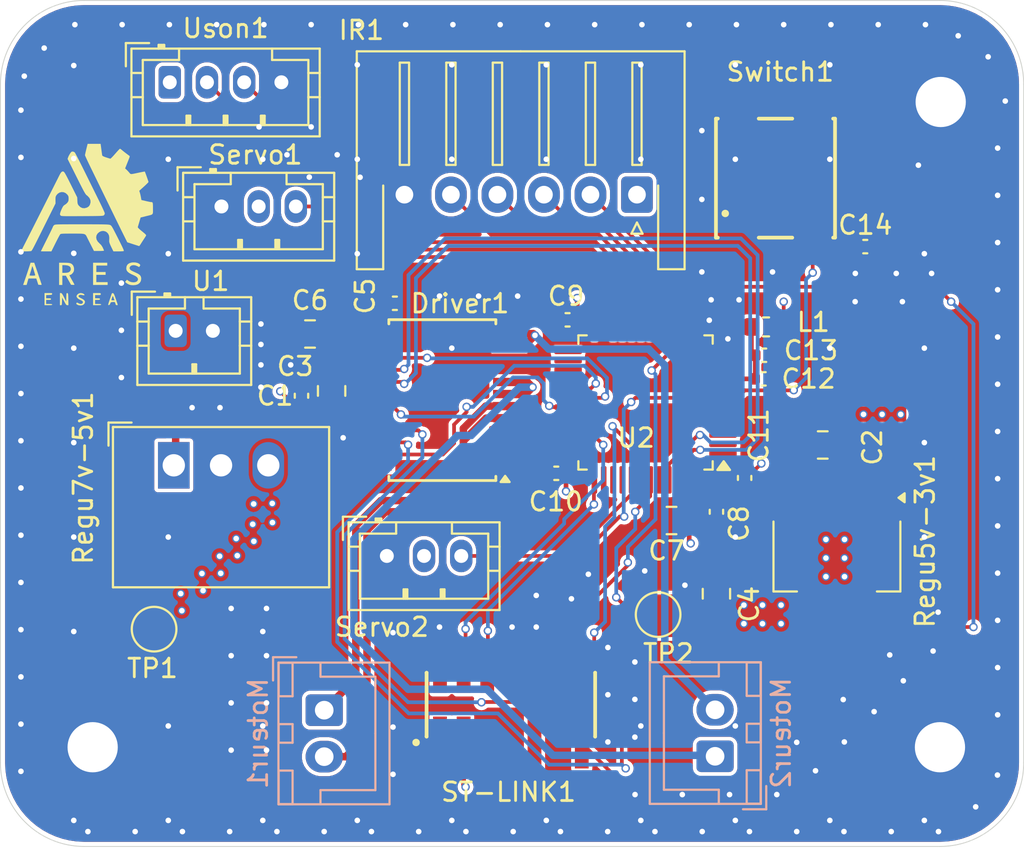
<source format=kicad_pcb>
(kicad_pcb (version 20240108) (generator "pcbnew") (generator_version "8.0")
  (title_block (title "PCB_PAMI_1A_JANUS") (date "22/01/2025"))
  (layers (0 "F.Cu" signal) (1 "In1.Cu" signal) (2 "In2.Cu" signal) (31 "B.Cu" signal) (34 "B.Paste" user) (35 "F.Paste" user) (36 "B.SilkS" user "B.Silkscreen") (37 "F.SilkS" user "F.Silkscreen") (38 "B.Mask" user) (39 "F.Mask" user) (44 "Edge.Cuts" user))
  (net 0 "")
  (net 1 "+5V")
  (net 2 "GND")
  (net 3 "+3.3V")
  (net 4 "+3.3VA")
  (net 5 "/NRST")
  (net 6 "+7.5V")
  (net 7 "/SWDIO")
  (net 8 "/STLINK_RX")
  (net 9 "/STLINK_TX")
  (net 10 "/SWCLK")
  (net 11 "/PWM_Servo1")
  (net 12 "/IR_4")
  (net 13 "/IR_3")
  (net 14 "/IR_2")
  (net 15 "/IR_1")
  (net 16 "/PWM_Servo2")
  (net 17 "/AO1")
  (net 18 "/AO2")
  (net 19 "/BO1")
  (net 20 "/BO2")
  (net 21 "/PWMB")
  (net 22 "/BIN1")
  (net 23 "/STBY")
  (net 24 "/PWMA")
  (net 25 "/AIN2")
  (net 26 "/BIN2")
  (net 27 "/AIN1")
  (net 28 "/Trig")
  (net 29 "/Echo")
  (footprint "Capacitor_SMD:C_0402_1005Metric" (layer "F.Cu") (at 128.524 77.851)
    (property "Reference" "C12")
    (property "Value" "10n" (hide yes))
  )
  (footprint "Package_QFP:LQFP-48_7x7mm_P0.5mm" (layer "F.Cu") (at 122.174 79.121 180)
    (property "Reference" "U2")
    (property "Value" "MCU" (hide yes))
  )
  (footprint "Capacitor_SMD:C_0805_2012Metric" (layer "F.Cu") (at 123.571 85.471 180)
    (property "Reference" "C7")
    (property "Value" "4u7")
  )
  (footprint "Capacitor_SMD:C_0402_1005Metric" (layer "F.Cu") (at 103.68 78.76 90)
    (property "Reference" "C1")
    (property "Value" "100n" (hide yes))
  )
  (footprint "Capacitor_SMD:C_0805_2012Metric" (layer "F.Cu") (at 105.3 78.5 90)
    (property "Reference" "C3")
    (property "Value" "10u" (hide yes))
  )
  (footprint "Capacitor_SMD:C_0805_2012Metric" (layer "F.Cu") (at 131.699 81.407)
    (property "Reference" "C2")
    (property "Value" "10u" (hide yes))
  )
  (footprint "Capacitor_SMD:C_0402_1005Metric" (layer "F.Cu") (at 128.552 76.581)
    (property "Reference" "C13")
    (property "Value" "1u" (hide yes))
  )
  (footprint "Capacitor_SMD:C_0402_1005Metric" (layer "F.Cu") (at 117.983 74.676 180)
    (property "Reference" "C9")
    (property "Value" "100n" (hide yes))
  )
  (footprint "Connector_JST:JST_PH_B3B-PH-K_1x03_P2.00mm_Vertical" (layer "F.Cu") (at 108.268 87.376)
    (property "Reference" "Servo2")
    (property "Value" "~" (hide yes))
  )
  (footprint "Capacitor_SMD:C_0402_1005Metric" (layer "F.Cu") (at 125.984 85 -90)
    (property "Reference" "C8")
    (property "Value" "100n" (hide yes))
  )
  (footprint "boutonSMD_wurth430471025826:430471025826" (layer "F.Cu") (at 129.159 67.056 90)
    (property "Reference" "Switch1")
    (property "Value" "430471025826" (hide yes))
    (property "VALUE" "430471025826" (hide yes))
  )
  (footprint "Converter_DCDC:Converter_DCDC_RECOM_R-78B-2.0_THT" (layer "F.Cu") (at 96.8165 82.5015)
    (property "Reference" "Regu7v-5v1")
    (property "Value" "R-78B5.0-2.0" (hide yes))
  )
  (footprint "Capacitor_SMD:C_0805_2012Metric" (layer "F.Cu") (at 125.984 89.408 90)
    (property "Reference" "C4")
    (property "Value" "22u" (hide yes))
  )
  (footprint "Connector_JST:JST_PH_B2B-PH-K_1x02_P2.00mm_Vertical" (layer "F.Cu") (at 96.917 75.269)
    (property "Reference" "U1")
    (property "Value" "~" (hide yes))
  )
  (footprint "Connector_JST:JST_XH_S6B-XH-A-1_1x06_P2.50mm_Horizontal" (layer "F.Cu") (at 121.713 67.945 180)
    (property "Reference" "IR1")
    (property "Value" "~" (hide yes))
  )
  (footprint "Package_TO_SOT_SMD:SOT-223-3_TabPin2" (layer "F.Cu") (at 132.461 87.376 -90)
    (property "Reference" "Regu5v-3v1")
    (property "Value" "AZ1117-3.3" (hide yes))
  )
  (footprint "Inductor_SMD:L_0603_1608Metric" (layer "F.Cu") (at 128.651 75.057)
    (property "Reference" "L1")
    (property "Value" "39n" (hide yes))
  )
  (footprint "MountingHole:MountingHole_2.7mm_M2.5_Pad" (layer "F.Cu") (at 138 97.663)
    (property "Reference" "H3" (hide yes))
    (property "Value" "MountingHole_Pad" (hide yes))
  )
  (footprint "logoares:logoares" (layer "F.Cu") (at 92 69.8)
    (property "Reference" "G***" (hide yes))
    (property "Value" "LOGO" (hide yes))
  )
  (footprint "MountingHole:MountingHole_2.7mm_M2.5_Pad" (layer "F.Cu") (at 92.456 97.663)
    (property "Reference" "H1" (hide yes))
    (property "Value" "MountingHole_Pad" (hide yes))
  )
  (footprint "Capacitor_SMD:C_0402_1005Metric" (layer "F.Cu") (at 133.985 70.739)
    (property "Reference" "C14")
    (property "Value" "10n" (hide yes))
  )
  (footprint "TestPoint:TestPoint_Pad_D2.0mm" (layer "F.Cu") (at 95.758 91.313)
    (property "Reference" "TP1")
    (property "Value" "TestPoint" (hide yes))
  )
  (footprint "Capacitor_SMD:C_0402_1005Metric" (layer "F.Cu") (at 117.376 82.931 180)
    (property "Reference" "C10")
    (property "Value" "100n" (hide yes))
  )
  (footprint "MountingHole:MountingHole_2.7mm_M2.5_Pad" (layer "F.Cu") (at 138.04 62.96)
    (property "Reference" "H2" (hide yes))
    (property "Value" "MountingHole_Pad" (hide yes))
  )
  (footprint "Capacitor_SMD:C_0402_1005Metric" (layer "F.Cu") (at 108.7 73.787)
    (property "Reference" "C5")
    (property "Value" "100n" (hide yes))
  )
  (footprint "FTSH-107-01-F-DV-K:SAMTEC_FTSH-107-01-F-DV-K" (layer "F.Cu") (at 114.935 95.374)
    (property "Reference" "ST-LINK1")
    (property "Value" "FTSH-107-01-F-DV-K" (hide yes))
  )
  (footprint "Capacitor_SMD:C_0402_1005Metric" (layer "F.Cu") (at 127.5 83.18 -90)
    (property "Reference" "C11")
    (property "Value" "100n" (hide yes))
  )
  (footprint "TestPoint:TestPoint_Pad_D2.0mm" (layer "F.Cu") (at 122.85 90.53 90)
    (property "Reference" "TP2")
    (property "Value" "TestPoint" (hide yes))
  )
  (footprint "Capacitor_SMD:C_0805_2012Metric" (layer "F.Cu") (at 104.14 75.438 180)
    (property "Reference" "C6")
    (property "Value" "10u" (hide yes))
  )
  (footprint "Package_SO:SSOP-24_5.3x8.2mm_P0.65mm" (layer "F.Cu") (at 111.252 78.994 180)
    (property "Reference" "Driver1")
    (property "Value" "TB6612FNG" (hide yes))
  )
  (footprint "Connector_JST:JST_PH_B3B-PH-K_1x03_P2.00mm_Vertical" (layer "F.Cu") (at 99.378 68.58)
    (property "Reference" "Servo1")
    (property "Value" "~" (hide yes))
  )
  (footprint "Connector_JST:JST_PH_B4B-PH-K_1x04_P2.00mm_Vertical" (layer "F.Cu") (at 96.6 61.9)
    (property "Reference" "Uson1")
    (property "Value" "~")
  )
  (footprint "Connector_JST:JST_XH_B2B-XH-A_1x02_P2.50mm_Vertical" (layer "B.Cu") (at 104.902 95.671 -90)
    (property "Reference" "Moteur1")
    (property "Value" "~")
  )
  (footprint "Connector_JST:JST_XH_B2B-XH-A_1x02_P2.50mm_Vertical" (layer "B.Cu") (at 125.912 98.151 90)
    (property "Reference" "Moteur2")
    (property "Value" "~")
  )
  (gr_arc (start 142.5 98.5) (mid 141.181981 101.681981) (end 138 103) (stroke (width 0.05)) (layer "Edge.Cuts"))
  (gr_line (start 142.5 62) (end 142.5 98.5) (stroke (width 0.05)) (layer "Edge.Cuts"))
  (gr_line (start 138 103) (end 92 103) (stroke (width 0.05)) (layer "Edge.Cuts"))
  (gr_arc (start 138 57.5) (mid 141.181981 58.818019) (end 142.5 62) (stroke (width 0.05)) (layer "Edge.Cuts"))
  (gr_line (start 87.5 98.5) (end 87.5 62) (stroke (width 0.05)) (layer "Edge.Cuts"))
  (gr_arc (start 87.5 62) (mid 88.818019 58.818019) (end 92 57.5) (stroke (width 0.05)) (layer "Edge.Cuts"))
  (gr_line (start 92 57.5) (end 138 57.5) (stroke (width 0.05)) (layer "Edge.Cuts"))
  (gr_arc (start 92 103) (mid 88.818019 101.681981) (end 87.5 98.5) (stroke (width 0.05)) (layer "Edge.Cuts"))
  (via (at 100.23 87.36) (size 0.45) (drill 0.3) (layers "F.Cu" "B.Cu") (net 1))
  (via (at 97.25 90.32) (size 0.45) (drill 0.3) (layers "F.Cu" "B.Cu") (net 1))
  (via (at 134.89 79.76) (size 0.45) (drill 0.3) (layers "F.Cu" "B.Cu") (net 1))
  (via (at 98.33 88.32) (size 0.45) (drill 0.3) (layers "F.Cu" "B.Cu") (net 1))
  (via (at 97.19 89.4) (size 0.45) (drill 0.3) (layers "F.Cu" "B.Cu") (net 1))
  (via (at 101.12 86.59) (size 0.45) (drill 0.3) (layers "F.Cu" "B.Cu") (net 1))
  (via (at 135.89 79.76) (size 0.45) (drill 0.3) (layers "F.Cu" "B.Cu") (net 1))
  (via (at 102.12 85.58) (size 0.45) (drill 0.3) (layers "F.Cu" "B.Cu") (net 1))
  (via (at 99.28 87.39) (size 0.45) (drill 0.3) (layers "F.Cu" "B.Cu") (net 1))
  (via (at 102.11 84.55) (size 0.45) (drill 0.3) (layers "F.Cu" "B.Cu") (net 1))
  (via (at 100.17 86.44) (size 0.45) (drill 0.3) (layers "F.Cu" "B.Cu") (net 1))
  (via (at 99.34 88.31) (size 0.45) (drill 0.3) (layers "F.Cu" "B.Cu") (net 1))
  (via (at 133.89 79.76) (size 0.45) (drill 0.3) (layers "F.Cu" "B.Cu") (net 1))
  (via (at 101.11 84.58) (size 0.45) (drill 0.3) (layers "F.Cu" "B.Cu") (net 1))
  (via (at 101.06 85.67) (size 0.45) (drill 0.3) (layers "F.Cu" "B.Cu") (net 1))
  (via (at 98.39 89.24) (size 0.45) (drill 0.3) (layers "F.Cu" "B.Cu") (net 1))
  (via (at 129.6 58.8) (size 0.45) (drill 0.3) (layers "F.Cu" "B.Cu") (net 2))
  (via (at 111.1 73.4) (size 0.45) (drill 0.3) (layers "F.Cu" "B.Cu") (net 2))
  (via (at 141.51 62.91) (size 0.45) (drill 0.3) (layers "F.Cu" "B.Cu") (net 2))
  (via (at 114.36 58.8) (size 0.45) (drill 0.3) (layers "F.Cu" "B.Cu") (net 2))
  (via (at 134.46 95.75) (size 0.45) (drill 0.3) (layers "F.Cu" "B.Cu") (net 2))
  (via (at 115.06 102.2) (size 0.45) (drill 0.3) (layers "F.Cu" "B.Cu") (net 2))
  (via (at 141.1 85.76) (size 0.45) (drill 0.3) (layers "F.Cu" "B.Cu") (net 2))
  (via (at 127.2 73.6) (size 0.45) (drill 0.3) (layers "F.Cu" "B.Cu") (net 2))
  (via (at 116.84 101.6) (size 0.45) (drill 0.3) (layers "F.Cu" "B.Cu") (net 2))
  (via (at 104.2 64.3) (size 0.45) (drill 0.3) (layers "F.Cu" "B.Cu") (net 2))
  (via (at 141.1 93.38) (size 0.45) (drill 0.3) (layers "F.Cu" "B.Cu") (net 2))
  (via (at 116.3 89.5) (size 0.45) (drill 0.3) (layers "F.Cu" "B.Cu") (net 2))
  (via (at 130.3 97.4) (size 0.45) (drill 0.3) (layers "F.Cu" "B.Cu") (net 2))
  (via (at 103.1 77.1) (size 0.45) (drill 0.3) (layers "F.Cu" "B.Cu") (net 2))
  (via (at 102.9 65.8) (size 0.45) (drill 0.3) (layers "F.Cu" "B.Cu") (net 2))
  (via (at 96.52 71.12) (size 0.45) (drill 0.3) (layers "F.Cu" "B.Cu") (net 2))
  (via (at 127 66.04) (size 0.45) (drill 0.3) (layers "F.Cu" "B.Cu") (net 2))
  (via (at 124.29 88.95) (size 0.45) (drill 0.3) (layers "F.Cu" "B.Cu") (net 2))
  (via (at 127 101.6) (size 0.45) (drill 0.3) (layers "F.Cu" "B.Cu") (net 2))
  (via (at 136.03 94.09) (size 0.45) (drill 0.3) (layers "F.Cu" "B.Cu") (net 2))
  (via (at 99.9 92.74) (size 0.45) (drill 0.3) (layers "F.Cu" "B.Cu") (net 2))
  (via (at 135.98 73.7) (size 0.45) (drill 0.3) (layers "F.Cu" "B.Cu") (net 2))
  (via (at 111.76 60.96) (size 0.45) (drill 0.3) (layers "F.Cu" "B.Cu") (net 2))
  (via (at 101.8 92.74) (size 0.45) (drill 0.3) (layers "F.Cu" "B.Cu") (net 2))
  (via (at 96.52 86.36) (size 0.45) (drill 0.3) (layers "F.Cu" "B.Cu") (net 2))
  (via (at 92.2 102.2) (size 0.45) (drill 0.3) (layers "F.Cu" "B.Cu") (net 2))
  (via (at 137.16 71.12) (size 0.45) (drill 0.3) (layers "F.Cu" "B.Cu") (net 2))
  (via (at 91.44 66) (size 0.45) (drill 0.3) (layers "F.Cu" "B.Cu") (net 2))
  (via (at 138.98 59.4) (size 0.45) (drill 0.3) (layers "F.Cu" "B.Cu") (net 2))
  (via (at 101.5 78.3) (size 0.45) (drill 0.3) (layers "F.Cu" "B.Cu") (net 2))
  (via (at 106.68 71.12) (size 0.45) (drill 0.3) (layers "F.Cu" "B.Cu") (net 2))
  (via (at 141.1 88.3) (size 0.45) (drill 0.3) (layers "F.Cu" "B.Cu") (net 2))
  (via (at 133.45 72.18) (size 0.45) (drill 0.3) (layers "F.Cu" "B.Cu") (net 2))
  (via (at 88.6 78.64) (size 0.45) (drill 0.3) (layers "F.Cu" "B.Cu") (net 2))
  (via (at 94 77.78) (size 0.45) (drill 0.3) (layers "F.Cu" "B.Cu") (net 2))
  (via (at 101.5 77.1) (size 0.45) (drill 0.3) (layers "F.Cu" "B.Cu") (net 2))
  (via (at 94.74 102.2) (size 0.45) (drill 0.3) (layers "F.Cu" "B.Cu") (net 2))
  (via (at 108.6 96.58) (size 0.45) (drill 0.3) (layers "F.Cu" "B.Cu") (net 2))
  (via (at 120.15 97.38) (size 0.45) (drill 0.3) (layers "F.Cu" "B.Cu") (net 2))
  (via (at 106.74 58.8) (size 0.45) (drill 0.3) (layers "F.Cu" "B.Cu") (net 2))
  (via (at 108.6 99.12) (size 0.45) (drill 0.3) (layers "F.Cu" "B.Cu") (net 2))
  (via (at 101.4 64.3) (size 0.45) (drill 0.3) (layers "F.Cu" "B.Cu") (net 2))
  (via (at 88.6 71.02) (size 0.45) (drill 0.3) (layers "F.Cu" "B.Cu") (net 2))
  (via (at 140.59 60.53) (size 0.45) (drill 0.3) (layers "F.Cu" "B.Cu") (net 2))
  (via (at 121.6 97.12) (size 0.45) (drill 0.3) (layers "F.Cu" "B.Cu") (net 2))
  (via (at 106.68 66.04) (size 0.45) (drill 0.3) (layers "F.Cu" "B.Cu") (net 2))
  (via (at 137.22 58.8) (size 0.45) (drill 0.3) (layers "F.Cu" "B.Cu") (net 2))
  (via (at 88.6 88.8) (size 0.45) (drill 0.3) (layers "F.Cu" "B.Cu") (net 2))
  (via (at 88.6 63.4) (size 0.45) (drill 0.3) (layers "F.Cu" "B.Cu") (net 2))
  (via (at 121.6 95.09) (size 0.45) (drill 0.3) (layers "F.Cu" "B.Cu") (net 2))
  (via (at 141.1 70.52) (size 0.45) (drill 0.3) (layers "F.Cu" "B.Cu") (net 2))
  (via (at 101.6 96.52) (size 0.45) (drill 0.3) (layers "F.Cu" "B.Cu") (net 2))
  (via (at 121.92 101.6) (size 0.45) (drill 0.3) (layers "F.Cu" "B.Cu") (net 2))
  (via (at 130.3 102.2) (size 0.45) (drill 0.3) (layers "F.Cu" "B.Cu") (net 2))
  (via (at 137.92 102.2) (size 0.45) (drill 0.3) (layers "F.Cu" "B.Cu") (net 2))
  (via (at 120.14 102.2) (size 0.45) (drill 0.3) (layers "F.Cu" "B.Cu") (net 2))
  (via (at 116.9 58.8) (size 0.45) (drill 0.3) (layers "F.Cu" "B.Cu") (net 2))
  (via (at 101.6 101.6) (size 0.45) (drill 0.3) (layers "F.Cu" "B.Cu") (net 2))
  (via (at 99.9 95.28) (size 0.45) (drill 0.3) (layers "F.Cu" "B.Cu") (net 2))
  (via (at 137.16 81.28) (size 0.45) (drill 0.3) (layers "F.Cu" "B.Cu") (net 2))
  (via (at 132.08 76.2) (size 0.45) (drill 0.3) (layers "F.Cu" "B.Cu") (net 2))
  (via (at 111.76 101.6) (size 0.45) (drill 0.3) (layers "F.Cu" "B.Cu") (net 2))
  (via (at 132.08 60.96) (size 0.45) (drill 0.3) (layers "F.Cu" "B.Cu") (net 2))
  (via (at 137.16 101.6) (size 0.45) (drill 0.3) (layers "F.Cu" "B.Cu") (net 2))
  (via (at 99.3 79.4) (size 0.45) (drill 0.3) (layers "F.Cu" "B.Cu") (net 2))
  (via (at 120.15 94.84) (size 0.45) (drill 0.3) (layers "F.Cu" "B.Cu") (net 2))
  (via (at 135.65 72.18) (size 0.45) (drill 0.3) (layers "F.Cu" "B.Cu") (net 2))
  (via (at 141.1 80.68) (size 0.45) (drill 0.3) (layers "F.Cu" "B.Cu") (net 2))
  (via (at 99.9 90.2) (size 0.45) (drill 0.3) (layers "F.Cu" "B.Cu") (net 2))
  (via (at 141.1 75.6) (size 0.45) (drill 0.3) (layers "F.Cu" "B.Cu") (net 2))
  (via (at 101.8 95.28) (size 0.45) (drill 0.3) (layers "F.Cu" "B.Cu") (net 2))
  (via (at 96.52 96.52) (size 0.45) (drill 0.3) (layers "F.Cu" "B.Cu") (net 2))
  (via (at 141.1 73.06) (size 0.45) (drill 0.3) (layers "F.Cu" "B.Cu") (net 2))
  (via (at 141.09 99.16) (size 0.45) (drill 0.3) (layers "F.Cu" "B.Cu") (net 2))
  (via (at 141.1 78.14) (size 0.45) (drill 0.3) (layers "F.Cu" "B.Cu") (net 2))
  (via (at 91.44 81.28) (size 0.45) (drill 0.3) (layers "F.Cu" "B.Cu") (net 2))
  (via (at 119.44 58.8) (size 0.45) (drill 0.3) (layers "F.Cu" "B.Cu") (net 2))
  (via (at 125.22 102.2) (size 0.45) (drill 0.3) (layers "F.Cu" "B.Cu") (net 2))
  (via (at 126.6 75.7) (size 0.45) (drill 0.3) (layers "F.Cu" "B.Cu") (net 2))
  (via (at 101.8 97.82) (size 0.45) (drill 0.3) (layers "F.Cu" "B.Cu") (net 2))
  (via (at 107.44 102.2) (size 0.45) (drill 0.3) (layers "F.Cu" "B.Cu") (net 2))
  (via (at 88.6 96.42) (size 0.45) (drill 0.3) (layers "F.Cu" "B.Cu") (net 2))
  (via (at 120.15 92.3) (size 0.45) (drill 0.3) (layers "F.Cu" "B.Cu") (net 2))
  (via (at 91.44 61) (size 0.45) (drill 0.3) (layers "F.Cu" "B.Cu") (net 2))
  (via (at 112.52 102.2) (size 0.45) (drill 0.3) (layers "F.Cu" "B.Cu") (net 2))
  (via (at 125.6 74.7) (size 0.45) (drill 0.3) (layers "F.Cu" "B.Cu") (net 2))
  (via (at 106.83 67.01) (size 0.45) (drill 0.3) (layers "F.Cu" "B.Cu") (net 2))
  (via (at 111.76 66.04) (size 0.45) (drill 0.3) (layers "F.Cu" "B.Cu") (net 2))
  (via (at 137.16 86.36) (size 0.45) (drill 0.3) (layers "F.Cu" "B.Cu") (net 2))
  (via (at 121.61 100.21) (size 0.45) (drill 0.3) (layers "F.Cu" "B.Cu") (net 2))
  (via (at 141.1 83.22) (size 0.45) (drill 0.3) (layers "F.Cu" "B.Cu") (net 2))
  (via (at 131.31 98.93) (size 0.45) (drill 0.3) (layers "F.Cu" "B.Cu") (net 2))
  (via (at 127 86.36) (size 0.45) (drill 0.3) (layers "F.Cu" "B.Cu") (net 2))
  (via (at 125.2 72.1) (size 0.45) (drill 0.3) (layers "F.Cu" "B.Cu") (net 2))
  (via (at 113.2 73.4) (size 0.45) (drill 0.3) (layers "F.Cu" "B.Cu") (net 2))
  (via (at 88.6 81.18) (size 0.45) (drill 0.3) (layers "F.Cu" "B.Cu") (net 2))
  (via (at 101.8 90.2) (size 0.45) (drill 0.3) (layers "F.Cu" "B.Cu") (net 2))
  (via (at 117.6 102.2) (size 0.45) (drill 0.3) (layers "F.Cu" "B.Cu") (net 2))
  (via (at 111.1 91.2) (size 0.45) (drill 0.3) (layers "F.Cu" "B.Cu") (net 2))
  (via (at 132.86 97.38) (size 0.45) (drill 0.3) (layers "F.Cu" "B.Cu") (net 2))
  (via (at 105.6 65.8) (size 0.45) (drill 0.3) (layers "F.Cu" "B.Cu") (net 2))
  (via (at 121.92 66.04) (size 0.45) (drill 0.3) (layers "F.Cu" "B.Cu") (net 2))
  (via (at 139.92 100.87) (size 0.45) (drill 0.3) (layers "F.Cu" "B.Cu") (net 2))
  (via (at 101.66 58.8) (size 0.45) (drill 0.3) (layers "F.Cu" "B.Cu") (net 2))
  (via (at 88.6 91.34) (size 0.45) (drill 0.3) (layers "F.Cu" "B.Cu") (net 2))
  (via (at 141.1 65.44) (size 0.45) (drill 0.3) (layers "F.Cu" "B.Cu") (net 2))
  (via (at 104.9 102.2) (size 0.45) (drill 0.3) (layers "F.Cu" "B.Cu") (net 2))
  (via (at 122.13 88.18) (size 0.45) (drill 0.3) (layers "F.Cu" "B.Cu") (net 2))
  (via (at 88.6 76.1) (size 0.45) (drill 0.3) (layers "F.Cu" "B.Cu") (net 2))
  (via (at 94 75.24) (size 0.45) (drill 0.3) (layers "F.Cu" "B.Cu") (net 2))
  (via (at 101.5 74.9) (size 0.45) (drill 0.3) (layers "F.Cu" "B.Cu") (net 2))
  (via (at 135.3 92.7) (size 0.45) (drill 0.3) (layers "F.Cu" "B.Cu") (net 2))
  (via (at 105.92 81.02) (size 0.45) (drill 0.3) (layers "F.Cu" "B.Cu") (net 2))
  (via (at 127 96.52) (size 0.45) (drill 0.3) (layers "F.Cu" "B.Cu") (net 2))
  (via (at 101.6 66.04) (size 0.45) (drill 0.3) (layers "F.Cu" "B.Cu") (net 2))
  (via (at 121.92 60.96) (size 0.45) (drill 0.3) (layers "F.Cu" "B.Cu") (net 2))
  (via (at 124.52 58.8) (size 0.45) (drill 0.3) (layers "F.Cu" "B.Cu") (net 2))
  (via (at 88.6 98.96) (size 0.45) (drill 0.3) (layers "F.Cu" "B.Cu") (net 2))
  (via (at 99.82 102.2) (size 0.45) (drill 0.3) (layers "F.Cu" "B.Cu") (net 2))
  (via (at 88.6 86.26) (size 0.45) (drill 0.3) (layers "F.Cu" "B.Cu") (net 2))
  (via (at 137.55 72.18) (size 0.45) (drill 0.3) (layers "F.Cu" "B.Cu") (net 2))
  (via (at 116.84 60.96) (size 0.45) (drill 0.3) (layers "F.Cu" "B.Cu") (net 2))
  (via (at 116.3 91.2) (size 0.45) (drill 0.3) (layers "F.Cu" "B.Cu") (net 2))
  (via (at 137.9 90.4) (size 0.45) (drill 0.3) (layers "F.Cu" "B.Cu") (net 2))
  (via (at 125.2 68.2) (size 0.45) (drill 0.3) (layers "F.Cu" "B.Cu") (net 2))
  (via (at 137.16 76.2) (size 0.45) (drill 0.3) (layers "F.Cu" "B.Cu") (net 2))
  (via (at 115 91.2) (size 0.45) (drill 0.3) (layers "F.Cu" "B.Cu") (net 2))
  (via (at 133.44 73.7) (size 0.45) (drill 0.3) (layers "F.Cu" "B.Cu") (net 2))
  (via (at 91.44 76.2) (size 0.45) (drill 0.3) (layers "F.Cu" "B.Cu") (net 2))
  (via (at 132.14 58.8) (size 0.45) (drill 0.3) (layers "F.Cu" "B.Cu") (net 2))
  (via (at 132.08 101.6) (size 0.45) (drill 0.3) (layers "F.Cu" "B.Cu") (net 2))
  (via (at 125.2 64.5) (size 0.45) (drill 0.3) (layers "F.Cu" "B.Cu") (net 2))
  (via (at 127 60.96) (size 0.45) (drill 0.3) (layers "F.Cu" "B.Cu") (net 2))
  (via (at 104.2 58.8) (size 0.45) (drill 0.3) (layers "F.Cu" "B.Cu") (net 2))
  (via (at 119.1 88.36) (size 0.45) (drill 0.3) (layers "F.Cu" "B.Cu") (net 2))
  (via (at 135.38 102.2) (size 0.45) (drill 0.3) (layers "F.Cu" "B.Cu") (net 2))
  (via (at 111.76 76.2) (size 0.45) (drill 0.3) (layers "F.Cu" "B.Cu") (net 2))
  (via (at 124.15 100.21) (size 0.45) (drill 0.3) (layers "F.Cu" "B.Cu") (net 2))
  (via (at 88.6 93.88) (size 0.45) (drill 0.3) (layers "F.Cu" "B.Cu") (net 2))
  (via (at 88.78 61.57) (size 0.45) (drill 0.3) (layers "F.Cu" "B.Cu") (net 2))
  (via (at 96.52 101.6) (size 0.45) (drill 0.3) (layers "F.Cu" "B.Cu") (net 2))
  (via (at 129 72.1) (size 0.45) (drill 0.3) (layers "F.Cu" "B.Cu") (net 2))
  (via (at 122.68 102.2) (size 0.45) (drill 0.3) (layers "F.Cu" "B.Cu") (net 2))
  (via (at 141.1 90.84) (size 0.45) (drill 0.3) (layers "F.Cu" "B.Cu") (net 2))
  (via (at 126.69 100.21) (size 0.45) (drill 0.3) (layers "F.Cu" "B.Cu") (net 2))
  (via (at 99.9 97.82) (size 0.45) (drill 0.3) (layers "F.Cu" "B.Cu") (net 2))
  (via (at 141.1 67.98) (size 0.45) (drill 0.3) (layers "F.Cu" "B.Cu") (net 2))
  (via (at 136.84 66.36) (size 0.45) (drill 0.3) (layers "F.Cu" "B.Cu") (net 2))
  (via (at 91.44 86.36) (size 0.45) (drill 0.3) (layers "F.Cu" "B.Cu") (net 2))
  (via (at 106.68 101.6) (size 0.45) (drill 0.3) (layers "F.Cu" "B.Cu") (net 2))
  (via (at 97.8 79.4) (size 0.45) (drill 0.3) (layers "F.Cu" "B.Cu") (net 2))
  (via (at 132.08 66.04) (size 0.45) (drill 0.3) (layers "F.Cu" "B.Cu") (net 2))
  (via (at 127.06 58.8) (size 0.45) (drill 0.3) (layers "F.Cu" "B.Cu") (net 2))
  (via (at 137.63 92.49) (size 0.45) (drill 0.3) (layers "F.Cu" "B.Cu") (net 2))
  (via (at 121.6 93.08) (size 0.45) (drill 0.3) (layers "F.Cu" "B.Cu") (net 2))
  (via (at 109.28 58.8) (size 0.45) (drill 0.3) (layers "F.Cu" "B.Cu") (net 2))
  (via (at 101.5 76) (size 0.45) (drill 0.3) (layers "F.Cu" "B.Cu") (net 2))
  (via (at 106.68 60.96) (size 0.45) (drill 0.3) (layers "F.Cu" "B.Cu") (net 2))
  (via (at 109.98 102.2) (size 0.45) (drill 0.3) (layers "F.Cu" "B.Cu") (net 2))
  (via (at 91.44 101.6) (size 0.45) (drill 0.3) (layers "F.Cu" "B.Cu") (net 2))
  (via (at 96.58 58.8) (size 0.45) (drill 0.3) (layers "F.Cu" "B.Cu") (net 2))
  (via (at 132.84 102.2) (size 0.45) (drill 0.3) (layers "F.Cu" "B.Cu") (net 2))
  (via (at 97.28 102.2) (size 0.45) (drill 0.3) (layers "F.Cu" "B.Cu") (net 2))
  (via (at 121.92 96.52) (size 0.45) (drill 0.3) (layers "F.Cu" "B.Cu") (net 2))
  (via (at 101.6 91.44) (size 0.45) (drill 0.3) (layers "F.Cu" "B.Cu") (net 2))
  (via (at 88.6 65.94) (size 0.45) (drill 0.3) (layers "F.Cu" "B.Cu") (net 2))
  (via (at 91.44 91.44) (size 0.45) (drill 0.3) (layers "F.Cu" "B.Cu") (net 2))
  (via (at 111.82 58.8) (size 0.45) (drill 0.3) (layers "F.Cu" "B.Cu") (net 2))
  (via (at 132.8 95.1) (size 0.45) (drill 0.3) (layers "F.Cu" "B.Cu") (net 2))
  (via (at 99.12 58.8) (size 0.45) (drill 0.3) (layers "F.Cu" "B.Cu") (net 2))
  (via (at 91.44 71.1) (size 0.45) (drill 0.3) (layers "F.Cu" "B.Cu") (net 2))
  (via (at 116.84 66.04) (size 0.45) (drill 0.3) (layers "F.Cu" "B.Cu") (net 2))
  (via (at 127.76 102.2) (size 0.45) (drill 0.3) (layers "F.Cu" "B.Cu") (net 2))
  (via (at 141.1 95.92) (size 0.45) (drill 0.3) (layers "F.Cu" "B.Cu") (net 2))
  (via (at 108.6 91.5) (size 0.45) (drill 0.3) (layers "F.Cu" "B.Cu") (net 2))
  (via (at 125.7 73.6) (size 0.45) (drill 0.3) (layers "F.Cu" "B.Cu") (net 2))
  (via (at 89.85 60.06) (size 0.45) (drill 0.3) (layers "F.Cu" "B.Cu") (net 2))
  (via (at 94.04 58.8) (size 0.45) (drill 0.3) (layers "F.Cu" "B.Cu") (net 2))
  (via (at 129.23 100.21) (size 0.45) (drill 0.3) (layers "F.Cu" "B.Cu") (net 2))
  (via (at 121.98 58.8) (size 0.45) (drill 0.3) (layers "F.Cu" "B.Cu") (net 2))
  (via (at 96.52 66.04) (size 0.45) (drill 0.3) (layers "F.Cu" "B.Cu") (net 2))
  (via (at 134.68 58.8) (size 0.45) (drill 0.3) (layers "F.Cu" "B.Cu") (net 2))
  (via (at 94 72.7) (size 0.45) (drill 0.3) (layers "F.Cu" "B.Cu") (net 2))
  (via (at 115.3 73.4) (size 0.45) (drill 0.3) (layers "F.Cu" "B.Cu") (net 2))
  (via (at 102.36 102.2) (size 0.45) (drill 0.3) (layers "F.Cu" "B.Cu") (net 2))
  (via (at 88.6 83.72) (size 0.45) (drill 0.3) (layers "F.Cu" "B.Cu") (net 2))
  (via (at 118.19 89.68) (size 0.45) (drill 0.3) (layers "F.Cu" "B.Cu") (net 2))
  (via (at 91.5 58.8) (size 0.45) (drill 0.3) (layers "F.Cu" "B.Cu") (net 2))
  (via (at 88.6 73.56) (size 0.45) (drill 0.3) (layers "F.Cu" "B.Cu") (net 2))
  (via (at 104.1 67) (size 0.45) (drill 0.3) (layers "F.Cu" "B.Cu") (net 2))
  (segment (start 117.9 82.975) (end 117.856 82.931) (width 0.25) (layer "F.Cu") (net 3))
  (segment (start 112.395 99.695) (end 112.395 97.409) (width 0.25) (layer "F.Cu") (net 3))
  (segment (start 118.5 74.639) (end 118.463 74.676) (width 0.25) (layer "F.Cu") (net 3))
  (segment (start 102.54 78.52) (end 103.26 79.24) (width 0.2) (layer "F.Cu") (net 3))
  (segment (start 103.26 79.24) (end 105.09 79.24) (width 0.2) (layer "F.Cu") (net 3))
  (segment (start 125.984 83.975) (end 125.984 84.52) (width 0.25) (layer "F.Cu") (net 3))
  (segment (start 107.651 79.97) (end 107.652 79.969) (width 0.25) (layer "F.Cu") (net 3))
  (segment (start 124.521 86.621) (end 124.521 85.471) (width 0.25) (layer "F.Cu") (net 3))
  (segment (start 129.6 73.7) (end 129.6 74.8955) (width 0.2) (layer "F.Cu") (net 3))
  (segment (start 117.856 82.0265) (end 118.0115 81.871) (width 0.25) (layer "F.Cu") (net 3))
  (segment (start 105.3 79.45) (end 105.82 79.97) (width 0.25) (layer "F.Cu") (net 3))
  (segment (start 118.5 73.5) (end 118.5 74.639) (width 0.25) (layer "F.Cu") (net 3))
  (segment (start 126.3365 81.871) (end 126.671 81.871) (width 0.2) (layer "F.Cu") (net 3))
  (segment (start 126.671 81.871) (end 127.5 82.7) (width 0.2) (layer "F.Cu") (net 3))
  (segment (start 124.6 86.7) (end 124.521 86.621) (width 0.25) (layer "F.Cu") (net 3))
  (segment (start 125.192 84.8) (end 124.521 85.471) (width 0.25) (layer "F.Cu") (net 3))
  (segment (start 125.704 84.8) (end 125.192 84.8) (width 0.25) (layer "F.Cu") (net 3))
  (segment (start 118.463 74.676) (end 119.1415 74.676) (width 0.25) (layer "F.Cu") (net 3))
  (segment (start 129.6 74.8955) (end 129.4385 75.057) (width 0.2) (layer "F.Cu") (net 3))
  (segment (start 117.9 83.9) (end 117.9 82.975) (width 0.25) (layer "F.Cu") (net 3))
  (segment (start 125.984 84.52) (end 125.704 84.8) (width 0.25) (layer "F.Cu") (net 3))
  (segment (start 128.4 82.4) (end 128.1 82.7) (width 0.2) (layer "F.Cu") (net 3))
  (segment (start 128.1 82.7) (end 127.5 82.7) (width 0.2) (layer "F.Cu") (net 3))
  (segment (start 124.924 83.2835) (end 125.2925 83.2835) (width 0.25) (layer "F.Cu") (net 3))
  (segment (start 112.5 99.8) (end 112.395 99.695) (width 0.25) (layer "F.Cu") (net 3))
  (segment (start 105.82 79.97) (end 107.651 79.97) (width 0.25) (layer "F.Cu") (net 3))
  (segment (start 119.1415 74.676) (end 119.424 74.9585) (width 0.25) (layer "F.Cu") (net 3))
  (segment (start 117.856 82.931) (end 117.856 82.0265) (width 0.25) (layer "F.Cu") (net 3))
  (segment (start 125.2925 83.2835) (end 125.984 83.975) (width 0.25) (layer "F.Cu") (net 3))
  (segment (start 105.09 79.24) (end 105.3 79.45) (width 0.2) (layer "F.Cu") (net 3))
  (via (at 127.46 91.02) (size 0.45) (drill 0.3) (layers "F.Cu" "B.Cu") (net 3))
  (via (at 132.87 86.49) (size 0.45) (drill 0.3) (layers "F.Cu" "B.Cu") (net 3))
  (via (at 129.46 90.02) (size 0.45) (drill 0.3) (layers "F.Cu" "B.Cu") (net 3))
  (via (at 131.87 87.49) (size 0.45) (drill 0.3) (layers "F.Cu" "B.Cu") (net 3))
  (via (at 132.87 87.49) (size 0.45) (drill 0.3) (layers "F.Cu" "B.Cu") (net 3))
  (via (at 112.5 99.8) (size 0.45) (drill 0.3) (layers "F.Cu" "B.Cu") (net 3))
  (via (at 127.46 90.02) (size 0.45) (drill 0.3) (layers "F.Cu" "B.Cu") (net 3))
  (via (at 128.4 82.4) (size 0.45) (drill 0.3) (layers "F.Cu" "B.Cu") (net 3))
  (via (at 128.46 90.02) (size 0.45) (drill 0.3) (layers "F.Cu" "B.Cu") (net 3))
  (via (at 131.87 88.49) (size 0.45) (drill 0.3) (layers "F.Cu" "B.Cu") (net 3))
  (via (at 118.5 73.5) (size 0.45) (drill 0.3) (layers "F.Cu" "B.Cu") (net 3))
  (via (at 124.6 86.7) (size 0.45) (drill 0.3) (layers "F.Cu" "B.Cu") (net 3))
  (via (at 128.46 91.02) (size 0.45) (drill 0.3) (layers "F.Cu" "B.Cu") (net 3))
  (via (at 102.54 78.52) (size 0.45) (drill 0.3) (layers "F.Cu" "B.Cu") (net 3))
  (via (at 131.87 86.49) (size 0.45) (drill 0.3) (layers "F.Cu" "B.Cu") (net 3))
  (via (at 129.6 73.7) (size 0.45) (drill 0.3) (layers "F.Cu" "B.Cu") (net 3))
  (via (at 132.87 88.49) (size 0.45) (drill 0.3) (layers "F.Cu" "B.Cu") (net 3))
  (via (at 117.9 83.9) (size 0.45) (drill 0.3) (layers "F.Cu" "B.Cu") (net 3))
  (via (at 129.46 91.02) (size 0.45) (drill 0.3) (layers "F.Cu" "B.Cu") (net 3))
  (segment (start 126.3565 77.851) (end 126.3365 77.871) (width 0.25) (layer "F.Cu") (net 4))
  (segment (start 128.072 77.823) (end 128.044 77.851) (width 0.25) (layer "F.Cu") (net 4))
  (segment (start 127.8635 76.3725) (end 128.072 76.581) (width 0.25) (layer "F.Cu") (net 4))
  (segment (start 128.072 76.581) (end 128.072 77.823) (width 0.25) (layer "F.Cu") (net 4))
  (segment (start 128.044 77.851) (end 126.3565 77.851) (width 0.25) (layer "F.Cu") (net 4))
  (segment (start 127.8635 75.057) (end 127.8635 76.3725) (width 0.25) (layer "F.Cu") (net 4))
  (segment (start 118.50141 87.541685) (end 118.267096 87.776) (width 0.2) (layer "F.Cu") (net 5))
  (segment (start 130.14 78.46) (end 130.13 78.47) (width 0.2) (layer "F.Cu") (net 5))
  (segment (start 130.13 78.47) (end 127.50741 78.47) (width 0.2) (layer "F.Cu") (net 5))
  (segment (start 131.342 70.739) (end 131.159 70.556) (width 0.2) (layer "F.Cu") (net 5))
  (segment (start 133.505 70.739) (end 131.342 70.739) (width 0.2) (layer "F.Cu") (net 5))
  (segment (start 127.50741 78.47) (end 127.10641 78.871) (width 0.2) (layer "F.Cu") (net 5))
  (segment (start 121.629 78.871) (end 126.3365 78.871) (width 0.2) (layer "F.Cu") (net 5))
  (segment (start 121.025 85.259937) (end 120.783158 85.259937) (width 0.2) (layer "F.Cu") (net 5))
  (segment (start 117.475 88.568096) (end 117.475 93.339) (width 0.2) (layer "F.Cu") (net 5))
  (segment (start 121.4 79.1) (end 121.629 78.871) (width 0.2) (layer "F.Cu") (net 5))
  (segment (start 127.10641 78.871) (end 126.3365 78.871) (width 0.2) (layer "F.Cu") (net 5))
  (segment (start 131.159 72.141) (end 131.159 70.556) (width 0.2) (layer "F.Cu") (net 5))
  (segment (start 118.267096 87.776) (end 117.475 88.568096) (width 0.2) (layer "F.Cu") (net 5))
  (segment (start 120.783158 85.259937) (end 118.50141 87.541685) (width 0.2) (layer "F.Cu") (net 5))
  (via (at 130.14 78.46) (size 0.45) (drill 0.3) (layers "F.Cu" "B.Cu") (net 5))
  (via (at 121.4 79.1) (size 0.45) (drill 0.3) (layers "F.Cu" "B.Cu") (net 5))
  (via (at 131.159 72.141) (size 0.45) (drill 0.3) (layers "F.Cu" "B.Cu") (net 5))
  (via (at 121.025 85.259937) (size 0.45) (drill 0.3) (layers "F.Cu" "B.Cu") (net 5))
  (segment (start 130.8 77.8) (end 130.8 72.5) (width 0.2) (layer "B.Cu") (net 5))
  (segment (start 121 79.5) (end 121.4 79.1) (width 0.2) (layer "B.Cu") (net 5))
  (segment (start 130.8 72.5) (end 131.159 72.141) (width 0.2) (layer "B.Cu") (net 5))
  (segment (start 130.14 78.46) (end 130.8 77.8) (width 0.2) (layer "B.Cu") (net 5))
  (segment (start 121.025 85.259937) (end 121 85.234937) (width 0.2) (layer "B.Cu") (net 5))
  (segment (start 121 85.234937) (end 121 79.5) (width 0.2) (layer "B.Cu") (net 5))
  (segment (start 96.917 75.269) (end 96.917 82.401) (width 0.4) (layer "F.Cu") (net 6))
  (segment (start 105.839 82.569) (end 107.652 82.569) (width 0.4) (layer "F.Cu") (net 6))
  (segment (start 96.917 82.401) (end 96.8165 82.5015) (width 0.4) (layer "F.Cu") (net 6))
  (segment (start 97.74 76.092) (end 97.74 77.66) (width 0.4) (layer "F.Cu") (net 6))
  (segment (start 100.24 79.04) (end 100.24 80.07) (width 0.4) (layer "F.Cu") (net 6))
  (segment (start 99.55 78.35) (end 100.24 79.04) (width 0.4) (layer "F.Cu") (net 6))
  (segment (start 100.71 80.54) (end 103.81 80.54) (width 0.4) (layer "F.Cu") (net 6))
  (segment (start 103.81 80.54) (end 105.839 82.569) (width 0.4) (layer "F.Cu") (net 6))
  (segment (start 98.43 78.35) (end 99.55 78.35) (width 0.4) (layer "F.Cu") (net 6))
  (segment (start 96.917 75.269) (end 97.74 76.092) (width 0.4) (layer "F.Cu") (net 6))
  (segment (start 100.24 80.07) (end 100.71 80.54) (width 0.4) (layer "F.Cu") (net 6))
  (segment (start 97.74 77.66) (end 98.43 78.35) (width 0.4) (layer "F.Cu") (net 6))
  (segment (start 119.371 80.871) (end 118.0115 80.871) (width 0.2) (layer "F.Cu") (net 7))
  (segment (start 119.9 81.4) (end 119.371 80.871) (width 0.2) (layer "F.Cu") (net 7))
  (segment (start 112.5 93.234) (end 112.395 93.339) (width 0.2) (layer "F.Cu") (net 7))
  (segment (start 112.5 91.3) (end 112.5 93.234) (width 0.2) (layer "F.Cu") (net 7))
  (via (at 119.9 81.4) (size 0.45) (drill 0.3) (layers "F.Cu" "B.Cu") (net 7))
  (via (at 112.5 91.3) (size 0.45) (drill 0.3) (layers "F.Cu" "B.Cu") (net 7))
  (segment (start 112.5 90.934314) (end 117.8 85.634314) (width 0.2) (layer "B.Cu") (net 7))
  (segment (start 117.8 85.4) (end 119.9 83.3) (width 0.2) (layer "B.Cu") (net 7))
  (segment (start 119.9 83.3) (end 119.9 81.4) (width 0.2) (layer "B.Cu") (net 7))
  (segment (start 112.5 91.3) (end 112.5 90.934314) (width 0.2) (layer "B.Cu") (net 7))
  (segment (start 117.8 85.634314) (end 117.8 85.4) (width 0.2) (layer "B.Cu") (net 7))
  (segment (start 129.7 99.4) (end 120.7 99.4) (width 0.2) (layer "F.Cu") (net 8))
  (segment (start 138.6 73.7) (end 137.8 72.9) (width 0.2) (layer "F.Cu") (net 8))
  (segment (start 125.4 72.9) (end 124.924 73.376) (width 0.2) (layer "F.Cu") (net 8))
  (segment (start 118.745 97.445) (end 118.745 97.409) (width 0.2) (layer "F.Cu") (net 8))
  (segment (start 139.8 91.2) (end 137.9 91.2) (width 0.2) (layer "F.Cu") (net 8))
  (segment (start 137.8 72.9) (end 125.4 72.9) (width 0.2) (layer "F.Cu") (net 8))
  (segment (start 124.924 73.376) (end 124.924 74.9585) (width 0.2) (layer "F.Cu") (net 8))
  (segment (start 120.7 99.4) (end 118.745 97.445) (width 0.2) (layer "F.Cu") (net 8))
  (segment (start 137.9 91.2) (end 129.7 99.4) (width 0.2) (layer "F.Cu") (net 8))
  (via (at 138.6 73.7) (size 0.45) (drill 0.3) (layers "F.Cu" "B.Cu") (net 8))
  (via (at 139.8 91.2) (size 0.45) (drill 0.3) (layers "F.Cu" "B.Cu") (net 8))
  (segment (start 139.8 91.2) (end 139.8 74.9) (width 0.2) (layer "B.Cu") (net 8))
  (segment (start 139.8 74.9) (end 138.6 73.7) (width 0.2) (layer "B.Cu") (net 8))
  (segment (start 121.224265 87.724265) (end 121.224265 87.875735) (width 0.2) (layer "F.Cu") (net 9))
  (segment (start 121.224265 87.875735) (end 118.745 90.355) (width 0.2) (layer "F.Cu") (net 9))
  (segment (start 118.745 90.355) (end 118.745 93.339) (width 0.2) (layer "F.Cu") (net 9))
  (segment (start 122.5 77.4) (end 123.529 76.371) (width 0.2) (layer "F.Cu") (net 9))
  (segment (start 123.529 76.371) (end 126.3365 76.371) (width 0.2) (layer "F.Cu") (net 9))
  (via (at 122.5 77.4) (size 0.45) (drill 0.3) (layers "F.Cu" "B.Cu") (net 9))
  (via (at 121.224265 87.724265) (size 0.45) (drill 0.3) (layers "F.Cu" "B.Cu") (net 9))
  (segment (start 121.224265 86.891421) (end 122.71 85.405686) (width 0.2) (layer "B.Cu") (net 9))
  (segment (start 122.71 85.405686) (end 122.71 77.61) (width 0.2) (layer "B.Cu") (net 9))
  (segment (start 121.224265 87.724265) (end 121.224265 86.891421) (width 0.2) (layer "B.Cu") (net 9))
  (segment (start 122.71 77.61) (end 122.5 77.4) (width 0.2) (layer "B.Cu") (net 9))
  (segment (start 113.7 91.4) (end 113.7 93.304) (width 0.2) (layer "F.Cu") (net 10))
  (segment (start 119.4 83.3075) (end 119.424 83.2835) (width 0.2) (layer "F.Cu") (net 10))
  (segment (start 113.7 93.304) (end 113.665 93.339) (width 0.2) (layer "F.Cu") (net 10))
  (segment (start 119.4 84.6) (end 119.4 83.3075) (width 0.2) (layer "F.Cu") (net 10))
  (via (at 113.7 91.4) (size 0.45) (drill 0.3) (layers "F.Cu" "B.Cu") (net 10))
  (via (at 119.4 84.6) (size 0.45) (drill 0.3) (layers "F.Cu" "B.Cu") (net 10))
  (segment (start 113.7 91.4) (end 113.7 90.3) (width 0.2) (layer "B.Cu") (net 10))
  (segment (start 113.7 90.3) (end 119.4 84.6) (width 0.2) (layer "B.Cu") (net 10))
  (segment (start 108.868628 71.3) (end 119.173884 71.3) (width 0.2) (layer "F.Cu") (net 11))
  (segment (start 103.378 68.58) (end 106.148628 68.58) (width 0.2) (layer "F.Cu") (net 11))
  (segment (start 106.148628 68.58) (end 108.868628 71.3) (width 0.2) (layer "F.Cu") (net 11))
  (segment (start 120.9 73.026116) (end 120.9 73.71259) (width 0.2) (layer "F.Cu") (net 11))
  (segment (start 119.173884 71.3) (end 120.9 73.026116) (width 0.2) (layer "F.Cu") (net 11))
  (segment (start 120.9 73.71259) (end 120.424 74.18859) (width 0.2) (layer "F.Cu") (net 11))
  (segment (start 120.424 74.18859) (end 120.424 74.9585) (width 0.2) (layer "F.Cu") (net 11))
  (segment (start 119.670942 70.1) (end 113.868 70.1) (width 0.2) (layer "F.Cu") (net 12))
  (segment (start 122.924 74.9585) (end 122.924 73.353058) (width 0.2) (layer "F.Cu") (net 12))
  (segment (start 113.868 70.1) (end 111.713 67.945) (width 0.2) (layer "F.Cu") (net 12))
  (segment (start 122.924 73.353058) (end 119.670942 70.1) (width 0.2) (layer "F.Cu") (net 12))
  (segment (start 123.424 73.287372) (end 123.424 74.9585) (width 0.2) (layer "F.Cu") (net 13))
  (segment (start 114.213 67.945) (end 115.968 69.7) (width 0.2) (layer "F.Cu") (net 13))
  (segment (start 115.968 69.7) (end 119.836628 69.7) (width 0.2) (layer "F.Cu") (net 13))
  (segment (start 119.836628 69.7) (end 123.424 73.287372) (width 0.2) (layer "F.Cu") (net 13))
  (segment (start 118.068 69.3) (end 116.713 67.945) (width 0.2) (layer "F.Cu") (net 14))
  (segment (start 123.924 74.9585) (end 123.924 73.221686) (width 0.2) (layer "F.Cu") (net 14))
  (segment (start 123.924 73.221686) (end 120.002314 69.3) (width 0.2) (layer "F.Cu") (net 14))
  (segment (start 120.002314 69.3) (end 118.068 69.3) (width 0.2) (layer "F.Cu") (net 14))
  (segment (start 119.213 67.945) (end 124.424 73.156) (width 0.2) (layer "F.Cu") (net 15))
  (segment (start 124.424 73.156) (end 124.424 74.9585) (width 0.2) (layer "F.Cu") (net 15))
  (segment (start 112.268 87.376) (end 118.10141 87.376) (width 0.2) (layer "F.Cu") (net 16))
  (segment (start 118.10141 87.376) (end 121.424 84.05341) (width 0.2) (layer "F.Cu") (net 16))
  (segment (start 121.424 84.05341) (end 121.424 83.2835) (width 0.2) (layer "F.Cu") (net 16))
  (segment (start 107.2 97.0365) (end 107.2 86) (width 0.4) (layer "F.Cu") (net 17))
  (segment (start 104.902 98.171) (end 106.0655 98.171) (width 0.4) (layer "F.Cu") (net 17))
  (segment (start 112.5605 84.8605) (end 113.1 84.321) (width 0.4) (layer "F.Cu") (net 17))
  (segment (start 108.2 85) (end 112.421 85) (width 0.4) (layer "F.Cu") (net 17))
  (segment (start 112.421 85) (end 113.3605 84.0605) (width 0.4) (layer "F.Cu") (net 17))
  (segment (start 113.3605 84.0605) (end 113.3605 84.0395) (width 0.4) (layer "F.Cu") (net 17))
  (segment (start 107.2 86) (end 108.2 85) (width 0.4) (layer "F.Cu") (net 17))
  (segment (start 114.831 82.569) (end 114.852 82.569) (width 0.4) (layer "F.Cu") (net 17))
  (segment (start 113.681 81.919) (end 114.852 81.919) (width 0.4) (layer "F.Cu") (net 17))
  (segment (start 113.1 82.5) (end 113.681 81.919) (width 0.4) (layer "F.Cu") (net 17))
  (segment (start 113.1 84.321) (end 113.1 82.5) (width 0.4) (layer "F.Cu") (net 17))
  (segment (start 106.0655 98.171) (end 107.2 97.0365) (width 0.4) (layer "F.Cu") (net 17))
  (segment (start 113.3605 84.0395) (end 114.831 82.569) (width 0.4) (layer "F.Cu") (net 17))
  (segment (start 113.581 79.319) (end 114.852 79.319) (width 0.4) (layer "F.Cu") (net 18))
  (segment (start 112.382472 80.517528) (end 113.581 79.319) (width 0.4) (layer "F.Cu") (net 18))
  (segment (start 104.902 95.671) (end 106.6 93.973) (width 0.4) (layer "F.Cu") (net 18))
  (segment (start 107.951472 84.4) (end 112.172472 84.4) (width 0.4) (layer "F.Cu") (net 18))
  (segment (start 112.382472 84.19) (end 112.382472 80.517528) (width 0.4) (layer "F.Cu") (net 18))
  (segment (start 106.6 85.751472) (end 107.951472 84.4) (width 0.4) (layer "F.Cu") (net 18))
  (segment (start 112.382472 81.188528) (end 113.602 79.969) (width 0.4) (layer "F.Cu") (net 18))
  (segment (start 112.172472 84.4) (end 112.382472 84.19) (width 0.4) (layer "F.Cu") (net 18))
  (segment (start 106.6 93.973) (end 106.6 85.751472) (width 0.4) (layer "F.Cu") (net 18))
  (segment (start 113.602 79.969) (end 114.852 79.969) (width 0.4) (layer "F.Cu") (net 18))
  (segment (start 116.23 75.51) (end 116.139 75.419) (width 0.4) (layer "F.Cu") (net 19))
  (segment (start 116.139 75.419) (end 114.852 75.419) (width 0.4) (layer "F.Cu") (net 19))
  (segment (start 116.23 75.51) (end 115.671 76.069) (width 0.4) (layer "F.Cu") (net 19))
  (segment (start 115.671 76.069) (end 114.852 76.069) (width 0.4) (layer "F.Cu") (net 19))
  (via (at 116.23 75.51) (size 0.45) (drill 0.3) (layers "F.Cu" "B.Cu") (net 19))
  (segment (start 116.23 75.51) (end 116.97 76.25) (width 0.4) (layer "B.Cu") (net 19))
  (segment (start 123.21 92.949) (end 125.912 95.651) (width 0.4) (layer "B.Cu") (net 19))
  (segment (start 123.21 77.12005) (end 123.21 92.949) (width 0.4) (layer "B.Cu") (net 19))
  (segment (start 122.33995 76.25) (end 123.21 77.12005) (width 0.4) (layer "B.Cu") (net 19))
  (segment (start 116.97 76.25) (end 122.33995 76.25) (width 0.4) (layer "B.Cu") (net 19))
  (segment (start 114.852 78.669) (end 115.269 78.669) (width 0.2) (layer "F.Cu") (net 20))
  (segment (start 115.731 78.669) (end 114.852 78.669) (width 0.4) (layer "F.Cu") (net 20))
  (segment (start 116.1 78.3) (end 115.819 78.019) (width 0.4) (layer "F.Cu") (net 20))
  (segment (start 116.1 78.3) (end 115.731 78.669) (width 0.4) (layer "F.Cu") (net 20))
  (segment (start 115.819 78.019) (end 114.852 78.019) (width 0.4) (layer "F.Cu") (net 20))
  (segment (start 115.269 78.669) (end 115.3 78.7) (width 0.2) (layer "F.Cu") (net 20))
  (via (at 116.1 78.3) (size 0.45) (drill 0.3) (layers "F.Cu" "B.Cu") (net 20))
  (segment (start 115.4 78.3) (end 112.8 80.9) (width 0.4) (layer "B.Cu") (net 20))
  (segment (start 113.644975 94.544975) (end 117.2 98.1) (width 0.4) (layer "B.Cu") (net 20))
  (segment (start 112.07 80.9) (end 106.5 86.47) (width 0.4) (layer "B.Cu") (net 20))
  (segment (start 125.861 98.1) (end 125.912 98.151) (width 0.4) (layer "B.Cu") (net 20))
  (segment (start 109.417767 94.544975) (end 113.644975 94.544975) (width 0.4) (layer "B.Cu") (net 20))
  (segment (start 112.8 80.9) (end 112.07 80.9) (width 0.4) (layer "B.Cu") (net 20))
  (segment (start 117.2 98.1) (end 125.861 98.1) (width 0.4) (layer "B.Cu") (net 20))
  (segment (start 106.5 86.47) (end 106.5 91.627208) (width 0.4) (layer "B.Cu") (net 20))
  (segment (start 116.1 78.3) (end 115.4 78.3) (width 0.4) (layer "B.Cu") (net 20))
  (segment (start 106.5 91.627208) (end 109.417767 94.544975) (width 0.4) (layer "B.Cu") (net 20))
  (segment (start 110.432843 76.719) (end 107.652 76.719) (width 0.2) (layer "F.Cu") (net 21))
  (segment (start 119.929 78.871) (end 118.0115 78.871) (width 0.2) (layer "F.Cu") (net 21))
  (segment (start 120 78.8) (end 119.929 78.871) (width 0.2) (layer "F.Cu") (net 21))
  (via (at 120 78.8) (size 0.45) (drill 0.3) (layers "F.Cu" "B.Cu") (net 21))
  (via (at 110.432843 76.719) (size 0.45) (drill 0.3) (layers "F.Cu" "B.Cu") (net 21))
  (segment (start 110.463843 76.75) (end 119.05 76.75) (width 0.2) (layer "B.Cu") (net 21))
  (segment (start 110.432843 76.719) (end 110.463843 76.75) (width 0.2) (layer "B.Cu") (net 21))
  (segment (start 119.05 76.75) (end 120.1 77.8) (width 0.2) (layer "B.Cu") (net 21))
  (segment (start 120.1 78.7) (end 120 78.8) (width 0.2) (layer "B.Cu") (net 21))
  (segment (start 120.1 77.8) (end 120.1 78.7) (width 0.2) (layer "B.Cu") (net 21))
  (segment (start 125.098407 80.869394) (end 125.00251 80.869394) (width 0.2) (layer "F.Cu") (net 22))
  (segment (start 123.424 82.447904) (end 123.424 83.2835) (width 0.2) (layer "F.Cu") (net 22))
  (segment (start 125.00251 80.869394) (end 123.424 82.447904) (width 0.2) (layer "F.Cu") (net 22))
  (segment (start 109.099997 78.019) (end 109.2 78.119003) (width 0.2) (layer "F.Cu") (net 22))
  (segment (start 107.652 78.019) (end 109.099997 78.019) (width 0.2) (layer "F.Cu") (net 22))
  (via (at 109.2 78.119003) (size 0.45) (drill 0.3) (layers "F.Cu" "B.Cu") (net 22))
  (via (at 125.098407 80.869394) (size 0.45) (drill 0.3) (layers "F.Cu" "B.Cu") (net 22))
  (segment (start 127.430735 81.269265) (end 125.669265 81.269265) (width 0.2) (layer "B.Cu") (net 22))
  (segment (start 127.8 80.9) (end 127.430735 81.269265) (width 0.2) (layer "B.Cu") (net 22))
  (segment (start 125.669265 81.269265) (end 125.269394 80.869394) (width 0.2) (layer "B.Cu") (net 22))
  (segment (start 109.248526 78.119003) (end 109.832843 77.534686) (width 0.2) (layer "B.Cu") (net 22))
  (segment (start 127.134314 70.7) (end 127.8 71.365686) (width 0.2) (layer "B.Cu") (net 22))
  (segment (start 111.565686 70.7) (end 127.134314 70.7) (width 0.2) (layer "B.Cu") (net 22))
  (segment (start 109.2 78.119003) (end 109.248526 78.119003) (width 0.2) (layer "B.Cu") (net 22))
  (segment (start 109.832843 72.432843) (end 111.565686 70.7) (width 0.2) (layer "B.Cu") (net 22))
  (segment (start 127.8 71.365686) (end 127.8 80.9) (width 0.2) (layer "B.Cu") (net 22))
  (segment (start 109.832843 77.534686) (end 109.832843 72.432843) (width 0.2) (layer "B.Cu") (net 22))
  (segment (start 125.269394 80.869394) (end 125.098407 80.869394) (width 0.2) (layer "B.Cu") (net 22))
  (segment (start 108.579732 79.319) (end 107.652 79.319) (width 0.2) (layer "F.Cu") (net 23))
  (segment (start 109.027002 79.76627) (end 108.579732 79.319) (width 0.2) (layer "F.Cu") (net 23))
  (segment (start 117.064836 79.371) (end 118.0115 79.371) (width 0.2) (layer "F.Cu") (net 23))
  (segment (start 116.996944 79.303108) (end 117.064836 79.371) (width 0.2) (layer "F.Cu") (net 23))
  (via (at 109.027002 79.76627) (size 0.45) (drill 0.3) (layers "F.Cu" "B.Cu") (net 23))
  (via (at 116.996944 79.303108) (size 0.45) (drill 0.3) (layers "F.Cu" "B.Cu") (net 23))
  (segment (start 116.996944 79.303108) (end 116.7 79.006164) (width 0.2) (layer "B.Cu") (net 23))
  (segment (start 112.948555 79.880025) (end 109.140757 79.880025) (width 0.2) (layer "B.Cu") (net 23))
  (segment (start 109.140757 79.880025) (end 109.027002 79.76627) (width 0.2) (layer "B.Cu") (net 23))
  (segment (start 115.05358 77.775) (end 112.948555 79.880025) (width 0.2) (layer "B.Cu") (net 23))
  (segment (start 116.7 78.1) (end 116.375 77.775) (width 0.2) (layer "B.Cu") (net 23))
  (segment (start 116.7 79.006164) (end 116.7 78.1) (width 0.2) (layer "B.Cu") (net 23))
  (segment (start 116.375 77.775) (end 115.05358 77.775) (width 0.2) (layer "B.Cu") (net 23))
  (segment (start 119.5 78.1) (end 119.229 78.371) (width 0.2) (layer "F.Cu") (net 24))
  (segment (start 112.555025 79.355025) (end 112.555025 79.637869) (width 0.2) (layer "F.Cu") (net 24))
  (segment (start 111.281 81.919) (end 107.652 81.919) (width 0.2) (layer "F.Cu") (net 24))
  (segment (start 119.229 78.371) (end 118.0115 78.371) (width 0.2) (layer "F.Cu") (net 24))
  (segment (start 111.882472 81.317528) (end 111.281 81.919) (width 0.2) (layer "F.Cu") (net 24))
  (segment (start 112.555025 79.637869) (end 111.882472 80.310422) (width 0.2) (layer "F.Cu") (net 24))
  (segment (start 111.882472 80.310422) (end 111.882472 81.317528) (width 0.2) (layer "F.Cu") (net 24))
  (via (at 119.5 78.1) (size 0.45) (drill 0.3) (layers "F.Cu" "B.Cu") (net 24))
  (via (at 112.555025 79.355025) (size 0.45) (drill 0.3) (layers "F.Cu" "B.Cu") (net 24))
  (segment (start 112.555025 79.355025) (end 112.907869 79.355025) (width 0.2) (layer "B.Cu") (net 24))
  (segment (start 115.112894 77.15) (end 118.884314 77.15) (width 0.2) (layer "B.Cu") (net 24))
  (segment (start 112.907869 79.355025) (end 115.112894 77.15) (width 0.2) (layer "B.Cu") (net 24))
  (segment (start 119.5 77.765686) (end 119.5 78.1) (width 0.2) (layer "B.Cu") (net 24))
  (segment (start 118.884314 77.15) (end 119.5 77.765686) (width 0.2) (layer "B.Cu") (net 24))
  (segment (start 121.621 84.961256) (end 122.424 84.158256) (width 0.2) (layer "F.Cu") (net 25))
  (segment (start 109.41 81.394) (end 109.285 81.269) (width 0.2) (layer "F.Cu") (net 25))
  (segment (start 120.9 89.9) (end 120.6 89.6) (width 0.2) (layer "F.Cu") (net 25))
  (segment (start 121.621 85) (end 121.621 84.961256) (width 0.2) (layer "F.Cu") (net 25))
  (segment (start 109.285 81.269) (end 107.652 81.269) (width 0.2) (layer "F.Cu") (net 25))
  (segment (start 120.9 98.595) (end 120.9 89.9) (width 0.2) (layer "F.Cu") (net 25))
  (segment (start 122.424 84.158256) (end 122.424 83.2835) (width 0.2) (layer "F.Cu") (net 25))
  (segment (start 121.105 98.8) (end 120.9 98.595) (width 0.2) (layer "F.Cu") (net 25))
  (via (at 121.621 85) (size 0.45) (drill 0.3) (layers "F.Cu" "B.Cu") (net 25))
  (via (at 121.105 98.8) (size 0.45) (drill 0.3) (layers "F.Cu" "B.Cu") (net 25))
  (via (at 120.6 89.6) (size 0.45) (drill 0.3) (layers "F.Cu" "B.Cu") (net 25))
  (via (at 109.41 81.394) (size 0.45) (drill 0.3) (layers "F.Cu" "B.Cu") (net 25))
  (segment (start 109.41 82.287208) (end 105.6 86.097208) (width 0.2) (layer "B.Cu") (net 25))
  (segment (start 120.905 98.6) (end 121.105 98.8) (width 0.2) (layer "B.Cu") (net 25))
  (segment (start 116.992893 98.6) (end 120.905 98.6) (width 0.2) (layer "B.Cu") (net 25))
  (segment (start 105.6 92) (end 109.444975 95.844975) (width 0.2) (layer "B.Cu") (net 25))
  (segment (start 109.444975 95.844975) (end 114.237868 95.844975) (width 0.2) (layer "B.Cu") (net 25))
  (segment (start 109.41 81.394) (end 109.41 82.287208) (width 0.2) (layer "B.Cu") (net 25))
  (segment (start 120.6 86.95) (end 121.621 85.929) (width 0.2) (layer "B.Cu") (net 25))
  (segment (start 121.621 85.929) (end 121.621 85) (width 0.2) (layer "B.Cu") (net 25))
  (segment (start 114.237868 95.844975) (end 116.992893 98.6) (width 0.2) (layer "B.Cu") (net 25))
  (segment (start 105.6 86.097208) (end 105.6 92) (width 0.2) (layer "B.Cu") (net 25))
  (segment (start 120.6 89.6) (end 120.6 86.95) (width 0.2) (layer "B.Cu") (net 25))
  (segment (start 107.652 77.369) (end 109.15 77.369) (width 0.2) (layer "F.Cu") (net 26))
  (segment (start 123.924 82.51359) (end 123.924 83.2835) (width 0.2) (layer "F.Cu") (net 26))
  (segment (start 124.768325 81.669265) (end 123.924 82.51359) (width 0.2) (layer "F.Cu") (net 26))
  (segment (start 125.112944 81.669265) (end 124.768325 81.669265) (width 0.2) (layer "F.Cu") (net 26))
  (segment (start 109.15 77.369) (end 109.2 77.319) (width 0.2) (layer "F.Cu") (net 26))
  (via (at 125.112944 81.669265) (size 0.45) (drill 0.3) (layers "F.Cu" "B.Cu") (net 26))
  (via (at 109.2 77.319) (size 0.45) (drill 0.3) (layers "F.Cu" "B.Cu") (net 26))
  (segment (start 128.2 71.2) (end 128.2 81.065686) (width 0.2) (layer "B.Cu") (net 26))
  (segment (start 109.432843 72.267157) (end 111.4 70.3) (width 0.2) (layer "B.Cu") (net 26))
  (segment (start 109.432843 77.086157) (end 109.432843 72.267157) (width 0.2) (layer "B.Cu") (net 26))
  (segment (start 111.4 70.3) (end 127.3 70.3) (width 0.2) (layer "B.Cu") (net 26))
  (segment (start 128.2 81.065686) (end 127.596421 81.669265) (width 0.2) (layer "B.Cu") (net 26))
  (segment (start 127.596421 81.669265) (end 125.112944 81.669265) (width 0.2) (layer "B.Cu") (net 26))
  (segment (start 109.2 77.319) (end 109.432843 77.086157) (width 0.2) (layer "B.Cu") (net 26))
  (segment (start 127.3 70.3) (end 128.2 71.2) (width 0.2) (layer "B.Cu") (net 26))
  (segment (start 109.959 80.619) (end 107.652 80.619) (width 0.2) (layer "F.Cu") (net 27))
  (segment (start 121.924 81.924) (end 121.924 83.2835) (width 0.2) (layer "F.Cu") (net 27))
  (segment (start 110.18 80.84) (end 109.959 80.619) (width 0.2) (layer "F.Cu") (net 27))
  (segment (start 119.415 91.5) (end 119.415 95.034) (width 0.2) (layer "F.Cu") (net 27))
  (segment (start 119.217269 95.231731) (end 113.368269 95.231731) (width 0.2) (layer "F.Cu") (net 27))
  (segment (start 119.415 95.034) (end 119.217269 95.231731) (width 0.2) (layer "F.Cu") (net 27))
  (segment (start 113.368269 95.231731) (end 113.355025 95.244975) (width 0.2) (layer "F.Cu") (net 27))
  (segment (start 120.4 80.4) (end 121.924 81.924) (width 0.2) (layer "F.Cu") (net 27))
  (via (at 110.18 80.84) (size 0.45) (drill 0.3) (layers "F.Cu" "B.Cu") (net 27))
  (via (at 119.415 91.5) (size 0.45) (drill 0.3) (layers "F.Cu" "B.Cu") (net 27))
  (via (at 113.355025 95.244975) (size 0.45) (drill 0.3) (layers "F.Cu" "B.Cu") (net 27))
  (via (at 120.4 80.4) (size 0.45) (drill 0.3) (layers "F.Cu" "B.Cu") (net 27))
  (segment (start 119.415 91.5) (end 120 90.915) (width 0.2) (layer "B.Cu") (net 27))
  (segment (start 106.292893 92.127208) (end 109.410661 95.244975) (width 0.2) (layer "B.Cu") (net 27))
  (segment (start 106 86.262894) (end 106 91.834315) (width 0.2) (layer "B.Cu") (net 27))
  (segment (start 110.18 82.082894) (end 106 86.262894) (width 0.2) (layer "B.Cu") (net 27))
  (segment (start 120.5 85.3) (end 120.5 80.5) (width 0.2) (layer "B.Cu") (net 27))
  (segment (start 120 90.915) (end 120 85.8) (width 0.2) (layer "B.Cu") (net 27))
  (segment (start 120 85.8) (end 120.5 85.3) (width 0.2) (layer "B.Cu") (net 27))
  (segment (start 120.5 80.5) (end 120.4 80.4) (width 0.2) (layer "B.Cu") (net 27))
  (segment (start 110.18 80.84) (end 110.18 82.082894) (width 0.2) (layer "B.Cu") (net 27))
  (segment (start 109.410661 95.244975) (end 113.355025 95.244975) (width 0.2) (layer "B.Cu") (net 27))
  (segment (start 106 91.834315) (end 106.292893 92.127208) (width 0.2) (layer "B.Cu") (net 27))
  (segment (start 109.034314 70.9) (end 101.434314 63.3) (width 0.2) (layer "F.Cu") (net 28))
  (segment (start 121.924 73.48443) (end 119.33957 70.9) (width 0.2) (layer "F.Cu") (net 28))
  (segment (start 121.924 74.9585) (end 121.924 73.48443) (width 0.2) (layer "F.Cu") (net 28))
  (segment (start 119.33957 70.9) (end 109.034314 70.9) (width 0.2) (layer "F.Cu") (net 28))
  (segment (start 100 63.3) (end 98.6 61.9) (width 0.2) (layer "F.Cu") (net 28))
  (segment (start 101.434314 63.3) (end 100 63.3) (width 0.2) (layer "F.Cu") (net 28))
  (segment (start 122.424 73.418744) (end 119.505256 70.5) (width 0.2) (layer "F.Cu") (net 29))
  (segment (start 109.2 70.5) (end 100.6 61.9) (width 0.2) (layer "F.Cu") (net 29))
  (segment (start 122.424 74.9585) (end 122.424 73.418744) (width 0.2) (layer "F.Cu") (net 29))
  (segment (start 119.505256 70.5) (end 109.2 70.5) (width 0.2) (layer "F.Cu") (net 29))
  (zone (net 0) (net_name "") (layer "F.Cu") (connect_pads (clearance 0)) (min_thickness 0.25)
    (keepout (tracks allowed) (vias allowed) (pads allowed) (copperpour not_allowed) (footprints allowed))
    (fill (thermal_gap 0.5) (thermal_bridge_width 0.5))
    (polygon (pts (xy 127.3 75.6) (xy 127.3 77.5) (xy 127.6 77.5) (xy 127.5 75.6)))
  )
  (zone (net 6) (net_name "+7.5V") (layer "F.Cu") (priority 1) (connect_pads yes (clearance 0.2)) (min_thickness 0.25) (fill yes (thermal_gap 0.5) (thermal_bridge_width 0.5))
    (polygon (pts (xy 108.7 72.6) (xy 108.8 76.4) (xy 104.2 76.4) (xy 104.2 74) (xy 97.9 74) (xy 97.9 76.8) (xy 95.5 76.8) (xy 95.5 72.6)))
  )
  (zone (net 1) (net_name "+5V") (layer "F.Cu") (priority 4) (connect_pads yes (clearance 0.2)) (min_thickness 0.25) (fill yes (thermal_gap 0.5) (thermal_bridge_width 0.5))
    (polygon (pts (xy 100.63 80.94) (xy 103.15 80.94) (xy 103.15 85.21) (xy 97.67 90.68) (xy 97.67 92.78) (xy 94.23 92.78) (xy 94.23 89.93) (xy 96.08 89.93) (xy 100.63 85.25)))
  )
  (zone (net 0) (net_name "") (layer "F.Cu") (connect_pads (clearance 0)) (min_thickness 0.25)
    (keepout (tracks allowed) (vias allowed) (pads allowed) (copperpour not_allowed) (footprints allowed))
    (fill (thermal_gap 0.5) (thermal_bridge_width 0.5))
    (polygon (pts (xy 117.8 67.3) (xy 117.8 68.4) (xy 118.2 68.4) (xy 118.2 67.3)))
  )
  (zone (net 0) (net_name "") (layer "F.Cu") (connect_pads (clearance 0)) (min_thickness 0.25)
    (keepout (tracks allowed) (vias allowed) (pads allowed) (copperpour not_allowed) (footprints allowed))
    (fill (thermal_gap 0.5) (thermal_bridge_width 0.5))
    (polygon (pts (xy 113.4 80.6) (xy 113.4 81.5) (xy 113.8 81.5) (xy 113.8 80.6)))
  )
  (zone (net 0) (net_name "") (layer "F.Cu") (connect_pads (clearance 0)) (min_thickness 0.25)
    (keepout (tracks allowed) (vias allowed) (pads allowed) (copperpour not_allowed) (footprints allowed))
    (fill (thermal_gap 0.5) (thermal_bridge_width 0.5))
    (polygon (pts (xy 116.8 77.5) (xy 116.8 78.9) (xy 117.1 78.9) (xy 117.1 77.5)))
  )
  (zone (net 0) (net_name "") (layer "F.Cu") (connect_pads (clearance 0)) (min_thickness 0.25)
    (keepout (tracks allowed) (vias allowed) (pads allowed) (copperpour not_allowed) (footprints allowed))
    (fill (thermal_gap 0.5) (thermal_bridge_width 0.5))
    (polygon (pts (xy 115.2 67.3) (xy 115.2 68.4) (xy 115.7 68.4) (xy 115.7 67.3)))
  )
  (zone (net 0) (net_name "") (layer "F.Cu") (connect_pads (clearance 0)) (min_thickness 0.25)
    (keepout (tracks allowed) (vias allowed) (pads allowed) (copperpour not_allowed) (footprints allowed))
    (fill (thermal_gap 0.5) (thermal_bridge_width 0.5))
    (polygon (pts (xy 112.7 68.4) (xy 113.2 68.4) (xy 113.2 67.3) (xy 112.7 67.3)))
  )
  (zone (net 3) (net_name "+3.3V") (layer "F.Cu") (priority 5) (connect_pads yes (clearance 0.2)) (min_thickness 0.25) (fill yes (thermal_gap 0.5) (thermal_bridge_width 0.5))
    (polygon (pts (xy 131.3 82.96) (xy 133.56 82.96) (xy 133.56 88.83) (xy 135.18 88.83) (xy 135.18 91.73) (xy 121.39 91.74) (xy 121.39 89.45) (xy 129.5 89.44) (xy 129.5 88.83) (xy 131.28 88.83)))
  )
  (zone (net 1) (net_name "+5V") (layer "F.Cu") (priority 4) (connect_pads yes (clearance 0.2)) (min_thickness 0.25) (fill yes (thermal_gap 0.5) (thermal_bridge_width 0.5))
    (polygon (pts (xy 136.19 80.16) (xy 131.25 80.17) (xy 131.25 82.15) (xy 130.91 82.15) (xy 130.91 85.24) (xy 129.39 85.25) (xy 129.39 83.16) (xy 130.03 83.14) (xy 130.04 79.66) (xy 130.75 79.34) (xy 136.19 79.33)))
  )
  (zone (net 2) (net_name "GND") (layers "F.Cu" "In1.Cu" "B.Cu") (connect_pads yes (clearance 0.2)) (min_thickness 0.25) (fill yes (thermal_gap 0.5) (thermal_bridge_width 0.5))
    (polygon (pts (xy 87.5 57.5) (xy 142.5 57.5) (xy 142.5 103) (xy 87.5 103.1)))
  )
  (zone (net 0) (net_name "") (layer "B.Cu") (connect_pads (clearance 0)) (min_thickness 0.25)
    (keepout (tracks allowed) (vias allowed) (pads allowed) (copperpour not_allowed) (footprints allowed))
    (fill (thermal_gap 0.5) (thermal_bridge_width 0.5))
    (polygon (pts (xy 117.6 84.4) (xy 117.6 85) (xy 117.9 84.9) (xy 119.1 83.7) (xy 118.9 83.5) (xy 118.3 83.6) (xy 118.3 84.2)))
  )
)
</source>
